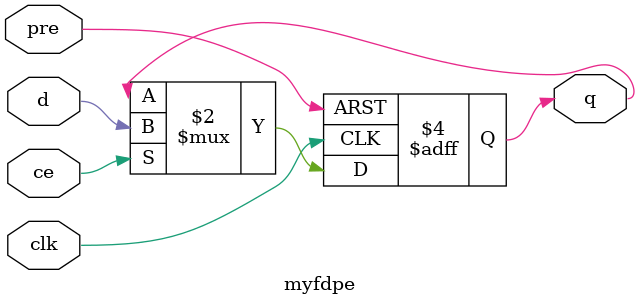
<source format=sv>
module myfdpe
(
  input logic clk,
  input logic pre,
  input logic ce,
  input logic d,
  output logic q
);

  always_ff @(posedge clk, posedge pre) begin
    if (pre) begin
      q <= '1;
    end else if (ce) begin
      q <= d;
    end
  end
endmodule

</source>
